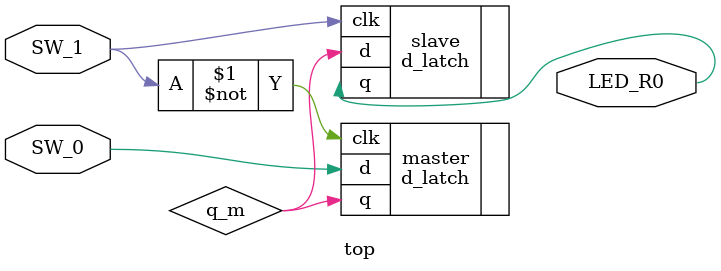
<source format=v>
module top (
    input SW_0, SW_1,
    output LED_R0
);

    wire q_m;

    d_latch master(
        .clk(~SW_1),
        .d(SW_0),
        .q(q_m)
    );

    d_latch slave(
        .clk(SW_1),
        .d(q_m),
        .q(LED_R0)
    );

endmodule

</source>
